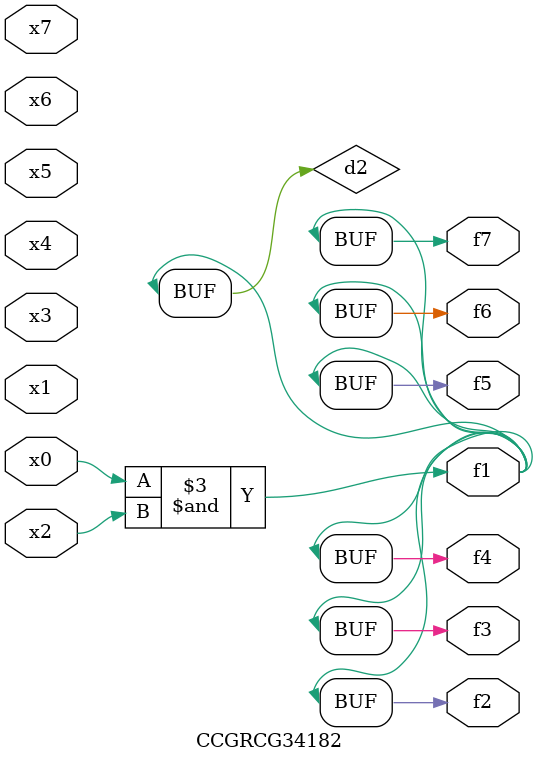
<source format=v>
module CCGRCG34182(
	input x0, x1, x2, x3, x4, x5, x6, x7,
	output f1, f2, f3, f4, f5, f6, f7
);

	wire d1, d2;

	nor (d1, x3, x6);
	and (d2, x0, x2);
	assign f1 = d2;
	assign f2 = d2;
	assign f3 = d2;
	assign f4 = d2;
	assign f5 = d2;
	assign f6 = d2;
	assign f7 = d2;
endmodule

</source>
